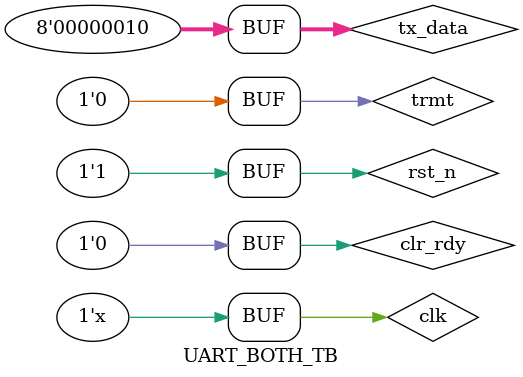
<source format=sv>
module RX_SM(clk,rst_n,clr_rdy, RX, rdy, bit_cnt, receiving, load, clrOut_rdy, set_rdy);

  input clk, rst_n, clr_rdy, RX, rdy;
  input [3:0] bit_cnt;
  
  output logic receiving, load, clrOut_rdy, set_rdy;
  //logic receiving, load, clrOut_rdy, set_rdy;

  typedef enum reg {RESET, RECEIVE} state_t;
  state_t state, next_state;

  always_ff @(posedge clk, negedge rst_n)begin
    if (!rst_n)
      state <= RESET;
    else
      state <= next_state;
  end
  always_comb begin
//default outputs 
 receiving = 0;
  load = 0;
 clrOut_rdy = 0;
  set_rdy = 0;
  next_state = RESET;

  case(state)
    RECEIVE : begin
      if (bit_cnt == 4'h9)begin
	set_rdy = 1'b1;
	next_state = RESET;
	end
      else begin
        next_state = RECEIVE;
	receiving = 1'b1;
	end
    end
    
    default:  begin//default is reset
      if (RX == 1'b0 && !rdy)begin
        next_state = RECEIVE;
	clrOut_rdy= 1'b1; //if the last byte was not cleared/read, we just lose it and read the next incoming byte
	receiving = 1'b1;
	end
      else if (clr_rdy)begin
	next_state = RESET;
	load = 1'b1;
	clrOut_rdy = 1'b1;
	end
      else begin
        next_state = RESET;
	load = 1'b1;
	end
      end
  endcase
  end
endmodule

//it works yo
module UART_rx(clk, rst_n, RX, clr_rdy, rdy, cmd);

input clk, rst_n, RX, clr_rdy;
output rdy;
output [7:0] cmd;

wire load, receiving, set_rdy, clrOut_rdy;
reg [7:0] rx_shft_reg;
reg [11:0] baud_cnt;
reg [3:0] bit_cnt;
reg shift;
reg rdy_preOut;
reg half_init;
wire set_baud0;
RX_SM SM1(clk,rst_n,clr_rdy, RX, rdy, bit_cnt, receiving, load, clrOut_rdy, set_rdy);

//THIS BLOCK IS ALL OF THE BAUD CNTR
always @(posedge clk or negedge rst_n)begin
 if(~rst_n)begin
	baud_cnt <= 12'h000;
	half_init <= 0;
	shift <= 0;
 end
 else begin
 case ({set_baud0, receiving})
   2'b11: baud_cnt <= 12'h000;
   2'b10: baud_cnt <= 12'h000;
   2'b01: baud_cnt <= baud_cnt + 1;
   2'b00: baud_cnt <= baud_cnt;
 endcase
 case(baud_cnt)
  0: half_init <= 0; 
  2603: shift <= 1;
  1301: if (half_init == 1'b0 && bit_cnt == 4'h0)begin
            shift <= 1'b1;
	    half_init <= 1'b1; //set the flag that weve now waited that half cycle. dont do it again until the next word
	end

  default: shift <= 0;
 endcase
 end
end
assign set_baud0 = shift | load;


//THIS BLOCK IS ALL OF THE BIT CNTR
always @(posedge clk or negedge rst_n)begin
 if(~rst_n)
	bit_cnt <= 4'h0;
 else begin
 case ({load, shift})
   2'b11: begin
	bit_cnt <= 4'h0;
	//half_init <= 1'b0;
	end
   2'b10: begin
	bit_cnt <= 4'h0;
	//half_init <= 1'b0;
	end
   2'b01: bit_cnt <= bit_cnt + 1;
   2'b00: bit_cnt <= bit_cnt;
 endcase
 end
end

//THIS IS THE SHIFT REG AND OUTPUT LOGIC
always @(posedge clk or negedge rst_n)begin
 if (~rst_n)
	rx_shft_reg <= 8'h00;
 else begin
 case (shift)
   1'b1: rx_shft_reg[7:0] <= {RX,rx_shft_reg[7:1]};
   1'b0: rx_shft_reg <= rx_shft_reg;
 endcase
 end
end
assign cmd = rx_shft_reg;

//here is all of tx_done logic
always @(posedge clk or negedge rst_n)begin
  if (rst_n == 1'b0)
    rdy_preOut <= 1'b0;
  else if (clrOut_rdy == 1'b1)
    rdy_preOut <= 1'b0;
  else if (set_rdy)
	rdy_preOut <= 1'b1;
  else
    rdy_preOut <= rdy_preOut;
end
assign rdy = rdy_preOut;

endmodule

module UART_BOTH_TB ();
reg clk, rst_n, trmt, clr_rdy;
reg [7:0] tx_data;
wire TX, tx_done, rdy;
wire [7:0] rx_data;

UART_tx UART1(clk, rst_n, trmt, TX, tx_data, tx_done);
UART_rx UART2(clk, rst_n, TX, clr_rdy, rdy, rx_data);


initial begin
  clk = 0;
  trmt = 0;
  rst_n =0;
  clr_rdy = 0;
  #2;
  rst_n = 1;
  #2;
  tx_data = 8'h01;
  #2;
  trmt = 1;
  #2;
  trmt = 0;

  #100000;
  clr_rdy = 1;
  #100
  clr_rdy = 0;
  #100000;
  tx_data = 8'h02;
  #100000;
  trmt = 1;
  #2;
  trmt = 0;
end
  
always
 #1 clk =~clk;

endmodule

</source>
